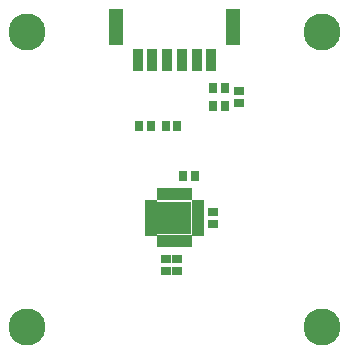
<source format=gbr>
%TF.GenerationSoftware,Altium Limited,Altium Designer,21.6.4 (81)*%
G04 Layer_Color=8388736*
%FSLAX45Y45*%
%MOMM*%
%TF.SameCoordinates,35F77A6B-66F6-43E6-81AF-3D6A737DF117*%
%TF.FilePolarity,Negative*%
%TF.FileFunction,Soldermask,Top*%
%TF.Part,Single*%
G01*
G75*
%TA.AperFunction,TestPad*%
%ADD22C,3.14000*%
%TA.AperFunction,ViaPad*%
%ADD23C,0.70320*%
%TA.AperFunction,ConnectorPad*%
%ADD28R,0.85320X1.90320*%
%ADD29R,1.20320X3.10320*%
%TA.AperFunction,SMDPad,CuDef*%
%ADD30R,0.80320X0.90320*%
%ADD31R,0.90320X0.80320*%
%ADD32R,2.90320X2.80320*%
%ADD33R,1.00320X0.55320*%
%ADD34R,0.55320X1.05320*%
D22*
X1250000Y-1250000D02*
D03*
X-1250000Y1250000D02*
D03*
X1250000D02*
D03*
X-1250000Y-1250000D02*
D03*
D23*
X-55000Y-270000D02*
D03*
X55000D02*
D03*
Y-380000D02*
D03*
X-55000D02*
D03*
D28*
X312500Y1010000D02*
D03*
X187500D02*
D03*
X-62500D02*
D03*
X-187500D02*
D03*
X62500D02*
D03*
X-312500D02*
D03*
D29*
X497500Y1290000D02*
D03*
X-497500D02*
D03*
D30*
X325000Y625000D02*
D03*
X425000D02*
D03*
X-200000Y450000D02*
D03*
X-300000D02*
D03*
X-75000D02*
D03*
X25000D02*
D03*
X325000Y775000D02*
D03*
X425000D02*
D03*
X75000Y25000D02*
D03*
X175000D02*
D03*
D31*
X550000Y650000D02*
D03*
Y750000D02*
D03*
X325000Y-375000D02*
D03*
Y-275000D02*
D03*
X25000Y-675000D02*
D03*
Y-775000D02*
D03*
X-75000Y-675000D02*
D03*
Y-775000D02*
D03*
D32*
X0Y-325000D02*
D03*
D33*
X200000Y-450000D02*
D03*
Y-400000D02*
D03*
Y-350000D02*
D03*
Y-300000D02*
D03*
Y-250000D02*
D03*
Y-200000D02*
D03*
X-200000Y-450000D02*
D03*
Y-400000D02*
D03*
Y-350000D02*
D03*
Y-300000D02*
D03*
Y-250000D02*
D03*
Y-200000D02*
D03*
D34*
X125000Y-127500D02*
D03*
X75000D02*
D03*
X25000D02*
D03*
X-25000D02*
D03*
X-75000D02*
D03*
X-125000D02*
D03*
X125000Y-522500D02*
D03*
X75000D02*
D03*
X25000D02*
D03*
X-25000D02*
D03*
X-75000D02*
D03*
X-125000D02*
D03*
%TF.MD5,900472270cdaf87d8a1e398a20b8a9ca*%
M02*

</source>
